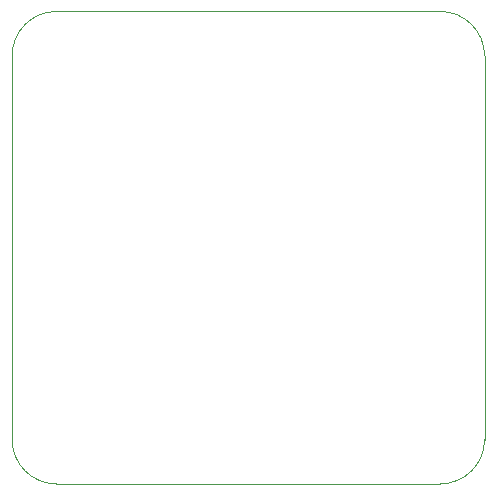
<source format=gbr>
G04 #@! TF.GenerationSoftware,KiCad,Pcbnew,(5.1.6-0-10_14)*
G04 #@! TF.CreationDate,2020-09-06T19:08:14+02:00*
G04 #@! TF.ProjectId,Tachometer pcb,54616368-6f6d-4657-9465-72207063622e,V2.0*
G04 #@! TF.SameCoordinates,Original*
G04 #@! TF.FileFunction,Profile,NP*
%FSLAX46Y46*%
G04 Gerber Fmt 4.6, Leading zero omitted, Abs format (unit mm)*
G04 Created by KiCad (PCBNEW (5.1.6-0-10_14)) date 2020-09-06 19:08:14*
%MOMM*%
%LPD*%
G01*
G04 APERTURE LIST*
G04 #@! TA.AperFunction,Profile*
%ADD10C,0.050000*%
G04 #@! TD*
G04 APERTURE END LIST*
D10*
X175000000Y-121250000D02*
G75*
G02*
X171250000Y-125000000I-3750000J0D01*
G01*
X138750000Y-125000000D02*
G75*
G02*
X135000000Y-121250000I0J3750000D01*
G01*
X171250000Y-85000000D02*
G75*
G02*
X175000000Y-88750000I0J-3750000D01*
G01*
X135000000Y-88750000D02*
G75*
G02*
X138750000Y-85000000I3750000J0D01*
G01*
X135000000Y-88750000D02*
X135000000Y-121250000D01*
X171250000Y-125000000D02*
X138750000Y-125000000D01*
X175000000Y-88750000D02*
X175000000Y-121250000D01*
X138750000Y-85000000D02*
X171250000Y-85000000D01*
M02*

</source>
